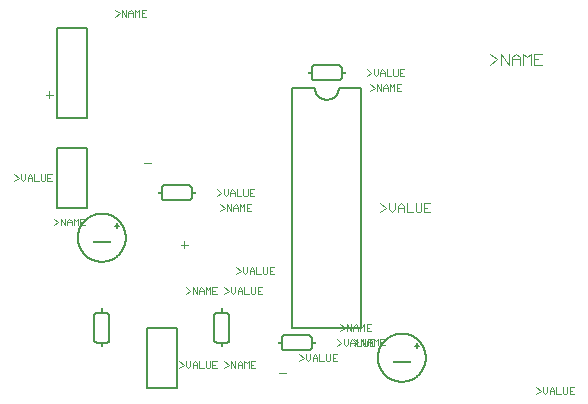
<source format=gto>
G75*
%MOIN*%
%OFA0B0*%
%FSLAX25Y25*%
%IPPOS*%
%LPD*%
%AMOC8*
5,1,8,0,0,1.08239X$1,22.5*
%
%ADD10C,0.00500*%
%ADD11C,0.00300*%
%ADD12C,0.00200*%
%ADD13C,0.00600*%
%ADD14R,0.06400X0.01000*%
%ADD15C,0.00400*%
%ADD16R,0.01500X0.01000*%
%ADD17R,0.01000X0.01500*%
D10*
X0088318Y0029867D02*
X0088318Y0049867D01*
X0098318Y0049867D01*
X0098318Y0029867D01*
X0088318Y0029867D01*
X0068318Y0089867D02*
X0058318Y0089867D01*
X0058318Y0109867D01*
X0068318Y0109867D01*
X0068318Y0089867D01*
X0068318Y0119867D02*
X0058318Y0119867D01*
X0058318Y0149867D01*
X0068318Y0149867D01*
X0068318Y0119867D01*
D11*
X0057051Y0127558D02*
X0054582Y0127558D01*
X0055816Y0126323D02*
X0055816Y0128792D01*
X0087275Y0104868D02*
X0089743Y0104868D01*
X0100816Y0078792D02*
X0100816Y0076323D01*
X0099582Y0077558D02*
X0102051Y0077558D01*
X0132275Y0034868D02*
X0134743Y0034868D01*
X0166147Y0088417D02*
X0168082Y0089868D01*
X0166147Y0091319D01*
X0169094Y0091319D02*
X0169094Y0089384D01*
X0170061Y0088417D01*
X0171029Y0089384D01*
X0171029Y0091319D01*
X0172040Y0090352D02*
X0173008Y0091319D01*
X0173975Y0090352D01*
X0173975Y0088417D01*
X0174987Y0088417D02*
X0176922Y0088417D01*
X0177933Y0088900D02*
X0177933Y0091319D01*
X0179868Y0091319D02*
X0179868Y0088900D01*
X0179384Y0088417D01*
X0178417Y0088417D01*
X0177933Y0088900D01*
X0180880Y0088417D02*
X0180880Y0091319D01*
X0182815Y0091319D01*
X0181847Y0089868D02*
X0180880Y0089868D01*
X0180880Y0088417D02*
X0182815Y0088417D01*
X0174987Y0088417D02*
X0174987Y0091319D01*
X0173975Y0089868D02*
X0172040Y0089868D01*
X0172040Y0090352D02*
X0172040Y0088417D01*
D12*
X0130713Y0069919D02*
X0129245Y0069919D01*
X0129245Y0067717D01*
X0130713Y0067717D01*
X0129979Y0068818D02*
X0129245Y0068818D01*
X0128503Y0068084D02*
X0128503Y0069919D01*
X0127035Y0069919D02*
X0127035Y0068084D01*
X0127402Y0067717D01*
X0128136Y0067717D01*
X0128503Y0068084D01*
X0126293Y0067717D02*
X0124825Y0067717D01*
X0124825Y0069919D01*
X0124083Y0069185D02*
X0124083Y0067717D01*
X0124083Y0068818D02*
X0122616Y0068818D01*
X0122616Y0069185D02*
X0122616Y0067717D01*
X0121874Y0068451D02*
X0121874Y0069919D01*
X0122616Y0069185D02*
X0123349Y0069919D01*
X0124083Y0069185D01*
X0121874Y0068451D02*
X0121140Y0067717D01*
X0120406Y0068451D01*
X0120406Y0069919D01*
X0119664Y0068818D02*
X0118196Y0067717D01*
X0119664Y0068818D02*
X0118196Y0069919D01*
X0117874Y0063269D02*
X0117874Y0061801D01*
X0117140Y0061067D01*
X0116406Y0061801D01*
X0116406Y0063269D01*
X0115664Y0062168D02*
X0114196Y0061067D01*
X0115664Y0062168D02*
X0114196Y0063269D01*
X0111676Y0063269D02*
X0110208Y0063269D01*
X0110208Y0061067D01*
X0111676Y0061067D01*
X0110942Y0062168D02*
X0110208Y0062168D01*
X0109466Y0063269D02*
X0109466Y0061067D01*
X0107998Y0061067D02*
X0107998Y0063269D01*
X0108732Y0062535D01*
X0109466Y0063269D01*
X0107256Y0062535D02*
X0107256Y0061067D01*
X0107256Y0062168D02*
X0105788Y0062168D01*
X0105788Y0062535D02*
X0106522Y0063269D01*
X0107256Y0062535D01*
X0105788Y0062535D02*
X0105788Y0061067D01*
X0105046Y0061067D02*
X0105046Y0063269D01*
X0103578Y0063269D02*
X0103578Y0061067D01*
X0102836Y0062168D02*
X0101368Y0061067D01*
X0102836Y0062168D02*
X0101368Y0063269D01*
X0103578Y0063269D02*
X0105046Y0061067D01*
X0118616Y0061067D02*
X0118616Y0062535D01*
X0119349Y0063269D01*
X0120083Y0062535D01*
X0120083Y0061067D01*
X0120825Y0061067D02*
X0122293Y0061067D01*
X0123035Y0061434D02*
X0123402Y0061067D01*
X0124136Y0061067D01*
X0124503Y0061434D01*
X0124503Y0063269D01*
X0125245Y0063269D02*
X0125245Y0061067D01*
X0126713Y0061067D01*
X0125979Y0062168D02*
X0125245Y0062168D01*
X0125245Y0063269D02*
X0126713Y0063269D01*
X0123035Y0063269D02*
X0123035Y0061434D01*
X0120825Y0061067D02*
X0120825Y0063269D01*
X0120083Y0062168D02*
X0118616Y0062168D01*
X0139196Y0040969D02*
X0140664Y0039868D01*
X0139196Y0038767D01*
X0141406Y0039501D02*
X0141406Y0040969D01*
X0142874Y0040969D02*
X0142874Y0039501D01*
X0142140Y0038767D01*
X0141406Y0039501D01*
X0143616Y0039868D02*
X0145083Y0039868D01*
X0145083Y0040235D02*
X0145083Y0038767D01*
X0145825Y0038767D02*
X0145825Y0040969D01*
X0145083Y0040235D02*
X0144349Y0040969D01*
X0143616Y0040235D01*
X0143616Y0038767D01*
X0145825Y0038767D02*
X0147293Y0038767D01*
X0148035Y0039134D02*
X0148402Y0038767D01*
X0149136Y0038767D01*
X0149503Y0039134D01*
X0149503Y0040969D01*
X0150245Y0040969D02*
X0150245Y0038767D01*
X0151713Y0038767D01*
X0150979Y0039868D02*
X0150245Y0039868D01*
X0150245Y0040969D02*
X0151713Y0040969D01*
X0151677Y0043767D02*
X0153145Y0044868D01*
X0151677Y0045969D01*
X0153887Y0045969D02*
X0153887Y0044501D01*
X0154621Y0043767D01*
X0155355Y0044501D01*
X0155355Y0045969D01*
X0156097Y0045235D02*
X0156097Y0043767D01*
X0156097Y0044868D02*
X0157565Y0044868D01*
X0157565Y0045235D02*
X0157565Y0043767D01*
X0157368Y0043967D02*
X0158836Y0045068D01*
X0157368Y0046169D01*
X0156831Y0045969D02*
X0157565Y0045235D01*
X0156831Y0045969D02*
X0156097Y0045235D01*
X0158307Y0045969D02*
X0158307Y0043767D01*
X0159775Y0043767D01*
X0159578Y0043967D02*
X0159578Y0046169D01*
X0161046Y0043967D01*
X0161046Y0046169D01*
X0160517Y0045969D02*
X0160517Y0044134D01*
X0160884Y0043767D01*
X0161618Y0043767D01*
X0161985Y0044134D01*
X0161985Y0045969D01*
X0161788Y0045435D02*
X0162522Y0046169D01*
X0163256Y0045435D01*
X0163256Y0043967D01*
X0162726Y0043767D02*
X0164194Y0043767D01*
X0163998Y0043967D02*
X0163998Y0046169D01*
X0164732Y0045435D01*
X0165466Y0046169D01*
X0165466Y0043967D01*
X0166208Y0043967D02*
X0167676Y0043967D01*
X0166942Y0045068D02*
X0166208Y0045068D01*
X0166208Y0046169D02*
X0166208Y0043967D01*
X0166208Y0046169D02*
X0167676Y0046169D01*
X0164194Y0045969D02*
X0162726Y0045969D01*
X0162726Y0043767D01*
X0161788Y0043967D02*
X0161788Y0045435D01*
X0161788Y0045068D02*
X0163256Y0045068D01*
X0163460Y0044868D02*
X0162726Y0044868D01*
X0163089Y0048767D02*
X0161622Y0048767D01*
X0161622Y0050969D01*
X0163089Y0050969D01*
X0162355Y0049868D02*
X0161622Y0049868D01*
X0160880Y0050969D02*
X0160880Y0048767D01*
X0159412Y0048767D02*
X0159412Y0050969D01*
X0160146Y0050235D01*
X0160880Y0050969D01*
X0158670Y0050235D02*
X0158670Y0048767D01*
X0158670Y0049868D02*
X0157202Y0049868D01*
X0157202Y0050235D02*
X0157936Y0050969D01*
X0158670Y0050235D01*
X0157202Y0050235D02*
X0157202Y0048767D01*
X0156460Y0048767D02*
X0156460Y0050969D01*
X0154992Y0050969D02*
X0154992Y0048767D01*
X0154250Y0049868D02*
X0152782Y0050969D01*
X0154250Y0049868D02*
X0152782Y0048767D01*
X0154992Y0050969D02*
X0156460Y0048767D01*
X0148035Y0040969D02*
X0148035Y0039134D01*
X0124503Y0038669D02*
X0123035Y0038669D01*
X0123035Y0036467D01*
X0124503Y0036467D01*
X0123769Y0037568D02*
X0123035Y0037568D01*
X0122293Y0038669D02*
X0122293Y0036467D01*
X0120825Y0036467D02*
X0120825Y0038669D01*
X0121559Y0037935D01*
X0122293Y0038669D01*
X0120083Y0037935D02*
X0120083Y0036467D01*
X0120083Y0037568D02*
X0118616Y0037568D01*
X0118616Y0037935D02*
X0119349Y0038669D01*
X0120083Y0037935D01*
X0118616Y0037935D02*
X0118616Y0036467D01*
X0117874Y0036467D02*
X0117874Y0038669D01*
X0116406Y0038669D02*
X0117874Y0036467D01*
X0116406Y0036467D02*
X0116406Y0038669D01*
X0115664Y0037568D02*
X0114196Y0036467D01*
X0115664Y0037568D02*
X0114196Y0038669D01*
X0111676Y0038669D02*
X0110208Y0038669D01*
X0110208Y0036467D01*
X0111676Y0036467D01*
X0110942Y0037568D02*
X0110208Y0037568D01*
X0109466Y0036834D02*
X0109466Y0038669D01*
X0107998Y0038669D02*
X0107998Y0036834D01*
X0108365Y0036467D01*
X0109099Y0036467D01*
X0109466Y0036834D01*
X0107256Y0036467D02*
X0105788Y0036467D01*
X0105788Y0038669D01*
X0105046Y0037935D02*
X0105046Y0036467D01*
X0105046Y0037568D02*
X0103578Y0037568D01*
X0103578Y0037935D02*
X0104312Y0038669D01*
X0105046Y0037935D01*
X0103578Y0037935D02*
X0103578Y0036467D01*
X0102836Y0037201D02*
X0102836Y0038669D01*
X0101368Y0038669D02*
X0101368Y0037201D01*
X0102102Y0036467D01*
X0102836Y0037201D01*
X0100626Y0037568D02*
X0099158Y0036467D01*
X0100626Y0037568D02*
X0099158Y0038669D01*
X0067676Y0083967D02*
X0066208Y0083967D01*
X0066208Y0086169D01*
X0067676Y0086169D01*
X0066942Y0085068D02*
X0066208Y0085068D01*
X0065466Y0086169D02*
X0065466Y0083967D01*
X0063998Y0083967D02*
X0063998Y0086169D01*
X0064732Y0085435D01*
X0065466Y0086169D01*
X0063256Y0085435D02*
X0063256Y0083967D01*
X0063256Y0085068D02*
X0061788Y0085068D01*
X0061788Y0085435D02*
X0062522Y0086169D01*
X0063256Y0085435D01*
X0061788Y0085435D02*
X0061788Y0083967D01*
X0061046Y0083967D02*
X0061046Y0086169D01*
X0059578Y0086169D02*
X0059578Y0083967D01*
X0058836Y0085068D02*
X0057368Y0086169D01*
X0058836Y0085068D02*
X0057368Y0083967D01*
X0059578Y0086169D02*
X0061046Y0083967D01*
X0056676Y0098767D02*
X0055208Y0098767D01*
X0055208Y0100969D01*
X0056676Y0100969D01*
X0055942Y0099868D02*
X0055208Y0099868D01*
X0054466Y0099134D02*
X0054466Y0100969D01*
X0052998Y0100969D02*
X0052998Y0099134D01*
X0053365Y0098767D01*
X0054099Y0098767D01*
X0054466Y0099134D01*
X0052256Y0098767D02*
X0050788Y0098767D01*
X0050788Y0100969D01*
X0050046Y0100235D02*
X0050046Y0098767D01*
X0050046Y0099868D02*
X0048578Y0099868D01*
X0048578Y0100235D02*
X0049312Y0100969D01*
X0050046Y0100235D01*
X0048578Y0100235D02*
X0048578Y0098767D01*
X0047836Y0099501D02*
X0047102Y0098767D01*
X0046368Y0099501D01*
X0046368Y0100969D01*
X0045626Y0099868D02*
X0044158Y0098767D01*
X0045626Y0099868D02*
X0044158Y0100969D01*
X0047836Y0100969D02*
X0047836Y0099501D01*
X0111677Y0095969D02*
X0113145Y0094868D01*
X0111677Y0093767D01*
X0113887Y0094501D02*
X0113887Y0095969D01*
X0115355Y0095969D02*
X0115355Y0094501D01*
X0114621Y0093767D01*
X0113887Y0094501D01*
X0116097Y0094868D02*
X0117565Y0094868D01*
X0117565Y0095235D02*
X0117565Y0093767D01*
X0118307Y0093767D02*
X0119775Y0093767D01*
X0120517Y0094134D02*
X0120884Y0093767D01*
X0121618Y0093767D01*
X0121985Y0094134D01*
X0121985Y0095969D01*
X0122726Y0095969D02*
X0122726Y0093767D01*
X0124194Y0093767D01*
X0123460Y0094868D02*
X0122726Y0094868D01*
X0122726Y0095969D02*
X0124194Y0095969D01*
X0120517Y0095969D02*
X0120517Y0094134D01*
X0118307Y0093767D02*
X0118307Y0095969D01*
X0117565Y0095235D02*
X0116831Y0095969D01*
X0116097Y0095235D01*
X0116097Y0093767D01*
X0116460Y0090969D02*
X0116460Y0088767D01*
X0114992Y0090969D01*
X0114992Y0088767D01*
X0114250Y0089868D02*
X0112782Y0090969D01*
X0114250Y0089868D02*
X0112782Y0088767D01*
X0117202Y0088767D02*
X0117202Y0090235D01*
X0117936Y0090969D01*
X0118670Y0090235D01*
X0118670Y0088767D01*
X0119412Y0088767D02*
X0119412Y0090969D01*
X0120146Y0090235D01*
X0120880Y0090969D01*
X0120880Y0088767D01*
X0121622Y0088767D02*
X0123089Y0088767D01*
X0122355Y0089868D02*
X0121622Y0089868D01*
X0121622Y0090969D02*
X0121622Y0088767D01*
X0121622Y0090969D02*
X0123089Y0090969D01*
X0118670Y0089868D02*
X0117202Y0089868D01*
X0162782Y0128767D02*
X0164250Y0129868D01*
X0162782Y0130969D01*
X0164992Y0130969D02*
X0166460Y0128767D01*
X0166460Y0130969D01*
X0167202Y0130235D02*
X0167202Y0128767D01*
X0167202Y0129868D02*
X0168670Y0129868D01*
X0168670Y0130235D02*
X0168670Y0128767D01*
X0169412Y0128767D02*
X0169412Y0130969D01*
X0170146Y0130235D01*
X0170880Y0130969D01*
X0170880Y0128767D01*
X0171622Y0128767D02*
X0173089Y0128767D01*
X0172355Y0129868D02*
X0171622Y0129868D01*
X0171622Y0130969D02*
X0171622Y0128767D01*
X0171622Y0130969D02*
X0173089Y0130969D01*
X0172726Y0133767D02*
X0174194Y0133767D01*
X0173460Y0134868D02*
X0172726Y0134868D01*
X0171985Y0134134D02*
X0171985Y0135969D01*
X0172726Y0135969D02*
X0172726Y0133767D01*
X0171985Y0134134D02*
X0171618Y0133767D01*
X0170884Y0133767D01*
X0170517Y0134134D01*
X0170517Y0135969D01*
X0172726Y0135969D02*
X0174194Y0135969D01*
X0169775Y0133767D02*
X0168307Y0133767D01*
X0168307Y0135969D01*
X0167565Y0135235D02*
X0167565Y0133767D01*
X0167565Y0134868D02*
X0166097Y0134868D01*
X0166097Y0135235D02*
X0166831Y0135969D01*
X0167565Y0135235D01*
X0166097Y0135235D02*
X0166097Y0133767D01*
X0165355Y0134501D02*
X0165355Y0135969D01*
X0163887Y0135969D02*
X0163887Y0134501D01*
X0164621Y0133767D01*
X0165355Y0134501D01*
X0163145Y0134868D02*
X0161677Y0133767D01*
X0163145Y0134868D02*
X0161677Y0135969D01*
X0164992Y0130969D02*
X0164992Y0128767D01*
X0167202Y0130235D02*
X0167936Y0130969D01*
X0168670Y0130235D01*
X0088089Y0153487D02*
X0086622Y0153487D01*
X0086622Y0155689D01*
X0088089Y0155689D01*
X0087355Y0154588D02*
X0086622Y0154588D01*
X0085880Y0155689D02*
X0085880Y0153487D01*
X0084412Y0153487D02*
X0084412Y0155689D01*
X0085146Y0154955D01*
X0085880Y0155689D01*
X0083670Y0154955D02*
X0083670Y0153487D01*
X0083670Y0154588D02*
X0082202Y0154588D01*
X0082202Y0154955D02*
X0082936Y0155689D01*
X0083670Y0154955D01*
X0082202Y0154955D02*
X0082202Y0153487D01*
X0081460Y0153487D02*
X0081460Y0155689D01*
X0079992Y0155689D02*
X0081460Y0153487D01*
X0079992Y0153487D02*
X0079992Y0155689D01*
X0079250Y0154588D02*
X0077782Y0153487D01*
X0079250Y0154588D02*
X0077782Y0155689D01*
X0218196Y0029919D02*
X0219664Y0028818D01*
X0218196Y0027717D01*
X0220406Y0028451D02*
X0221140Y0027717D01*
X0221874Y0028451D01*
X0221874Y0029919D01*
X0222616Y0029185D02*
X0223349Y0029919D01*
X0224083Y0029185D01*
X0224083Y0027717D01*
X0224825Y0027717D02*
X0226293Y0027717D01*
X0227035Y0028084D02*
X0227402Y0027717D01*
X0228136Y0027717D01*
X0228503Y0028084D01*
X0228503Y0029919D01*
X0229245Y0029919D02*
X0229245Y0027717D01*
X0230713Y0027717D01*
X0229979Y0028818D02*
X0229245Y0028818D01*
X0229245Y0029919D02*
X0230713Y0029919D01*
X0227035Y0029919D02*
X0227035Y0028084D01*
X0224825Y0027717D02*
X0224825Y0029919D01*
X0224083Y0028818D02*
X0222616Y0028818D01*
X0222616Y0029185D02*
X0222616Y0027717D01*
X0220406Y0028451D02*
X0220406Y0029919D01*
D13*
X0070818Y0045867D02*
X0070818Y0053867D01*
X0070820Y0053927D01*
X0070825Y0053988D01*
X0070834Y0054047D01*
X0070847Y0054106D01*
X0070863Y0054165D01*
X0070883Y0054222D01*
X0070906Y0054277D01*
X0070933Y0054332D01*
X0070962Y0054384D01*
X0070995Y0054435D01*
X0071031Y0054484D01*
X0071069Y0054530D01*
X0071111Y0054574D01*
X0071155Y0054616D01*
X0071201Y0054654D01*
X0071250Y0054690D01*
X0071301Y0054723D01*
X0071353Y0054752D01*
X0071408Y0054779D01*
X0071463Y0054802D01*
X0071520Y0054822D01*
X0071579Y0054838D01*
X0071638Y0054851D01*
X0071697Y0054860D01*
X0071758Y0054865D01*
X0071818Y0054867D01*
X0074818Y0054867D01*
X0074878Y0054865D01*
X0074939Y0054860D01*
X0074998Y0054851D01*
X0075057Y0054838D01*
X0075116Y0054822D01*
X0075173Y0054802D01*
X0075228Y0054779D01*
X0075283Y0054752D01*
X0075335Y0054723D01*
X0075386Y0054690D01*
X0075435Y0054654D01*
X0075481Y0054616D01*
X0075525Y0054574D01*
X0075567Y0054530D01*
X0075605Y0054484D01*
X0075641Y0054435D01*
X0075674Y0054384D01*
X0075703Y0054332D01*
X0075730Y0054277D01*
X0075753Y0054222D01*
X0075773Y0054165D01*
X0075789Y0054106D01*
X0075802Y0054047D01*
X0075811Y0053988D01*
X0075816Y0053927D01*
X0075818Y0053867D01*
X0075818Y0045867D01*
X0075816Y0045807D01*
X0075811Y0045746D01*
X0075802Y0045687D01*
X0075789Y0045628D01*
X0075773Y0045569D01*
X0075753Y0045512D01*
X0075730Y0045457D01*
X0075703Y0045402D01*
X0075674Y0045350D01*
X0075641Y0045299D01*
X0075605Y0045250D01*
X0075567Y0045204D01*
X0075525Y0045160D01*
X0075481Y0045118D01*
X0075435Y0045080D01*
X0075386Y0045044D01*
X0075335Y0045011D01*
X0075283Y0044982D01*
X0075228Y0044955D01*
X0075173Y0044932D01*
X0075116Y0044912D01*
X0075057Y0044896D01*
X0074998Y0044883D01*
X0074939Y0044874D01*
X0074878Y0044869D01*
X0074818Y0044867D01*
X0071818Y0044867D01*
X0071758Y0044869D01*
X0071697Y0044874D01*
X0071638Y0044883D01*
X0071579Y0044896D01*
X0071520Y0044912D01*
X0071463Y0044932D01*
X0071408Y0044955D01*
X0071353Y0044982D01*
X0071301Y0045011D01*
X0071250Y0045044D01*
X0071201Y0045080D01*
X0071155Y0045118D01*
X0071111Y0045160D01*
X0071069Y0045204D01*
X0071031Y0045250D01*
X0070995Y0045299D01*
X0070962Y0045350D01*
X0070933Y0045402D01*
X0070906Y0045457D01*
X0070883Y0045512D01*
X0070863Y0045569D01*
X0070847Y0045628D01*
X0070834Y0045687D01*
X0070825Y0045746D01*
X0070820Y0045807D01*
X0070818Y0045867D01*
X0070820Y0045807D01*
X0070825Y0045746D01*
X0070834Y0045687D01*
X0070847Y0045628D01*
X0070863Y0045569D01*
X0070883Y0045512D01*
X0070906Y0045457D01*
X0070933Y0045402D01*
X0070962Y0045350D01*
X0070995Y0045299D01*
X0071031Y0045250D01*
X0071069Y0045204D01*
X0071111Y0045160D01*
X0071155Y0045118D01*
X0071201Y0045080D01*
X0071250Y0045044D01*
X0071301Y0045011D01*
X0071353Y0044982D01*
X0071408Y0044955D01*
X0071463Y0044932D01*
X0071520Y0044912D01*
X0071579Y0044896D01*
X0071638Y0044883D01*
X0071697Y0044874D01*
X0071758Y0044869D01*
X0071818Y0044867D01*
X0074818Y0044867D02*
X0074878Y0044869D01*
X0074939Y0044874D01*
X0074998Y0044883D01*
X0075057Y0044896D01*
X0075116Y0044912D01*
X0075173Y0044932D01*
X0075228Y0044955D01*
X0075283Y0044982D01*
X0075335Y0045011D01*
X0075386Y0045044D01*
X0075435Y0045080D01*
X0075481Y0045118D01*
X0075525Y0045160D01*
X0075567Y0045204D01*
X0075605Y0045250D01*
X0075641Y0045299D01*
X0075674Y0045350D01*
X0075703Y0045402D01*
X0075730Y0045457D01*
X0075753Y0045512D01*
X0075773Y0045569D01*
X0075789Y0045628D01*
X0075802Y0045687D01*
X0075811Y0045746D01*
X0075816Y0045807D01*
X0075818Y0045867D01*
X0075818Y0053867D02*
X0075816Y0053927D01*
X0075811Y0053988D01*
X0075802Y0054047D01*
X0075789Y0054106D01*
X0075773Y0054165D01*
X0075753Y0054222D01*
X0075730Y0054277D01*
X0075703Y0054332D01*
X0075674Y0054384D01*
X0075641Y0054435D01*
X0075605Y0054484D01*
X0075567Y0054530D01*
X0075525Y0054574D01*
X0075481Y0054616D01*
X0075435Y0054654D01*
X0075386Y0054690D01*
X0075335Y0054723D01*
X0075283Y0054752D01*
X0075228Y0054779D01*
X0075173Y0054802D01*
X0075116Y0054822D01*
X0075057Y0054838D01*
X0074998Y0054851D01*
X0074939Y0054860D01*
X0074878Y0054865D01*
X0074818Y0054867D01*
X0071818Y0054867D02*
X0071758Y0054865D01*
X0071697Y0054860D01*
X0071638Y0054851D01*
X0071579Y0054838D01*
X0071520Y0054822D01*
X0071463Y0054802D01*
X0071408Y0054779D01*
X0071353Y0054752D01*
X0071301Y0054723D01*
X0071250Y0054690D01*
X0071201Y0054654D01*
X0071155Y0054616D01*
X0071111Y0054574D01*
X0071069Y0054530D01*
X0071031Y0054484D01*
X0070995Y0054435D01*
X0070962Y0054384D01*
X0070933Y0054332D01*
X0070906Y0054277D01*
X0070883Y0054222D01*
X0070863Y0054165D01*
X0070847Y0054106D01*
X0070834Y0054047D01*
X0070825Y0053988D01*
X0070820Y0053927D01*
X0070818Y0053867D01*
X0065318Y0079867D02*
X0065320Y0080063D01*
X0065328Y0080260D01*
X0065340Y0080456D01*
X0065357Y0080651D01*
X0065378Y0080846D01*
X0065405Y0081041D01*
X0065436Y0081235D01*
X0065472Y0081428D01*
X0065512Y0081620D01*
X0065558Y0081811D01*
X0065608Y0082001D01*
X0065662Y0082189D01*
X0065722Y0082376D01*
X0065786Y0082562D01*
X0065854Y0082746D01*
X0065927Y0082928D01*
X0066004Y0083109D01*
X0066086Y0083287D01*
X0066172Y0083464D01*
X0066263Y0083638D01*
X0066357Y0083810D01*
X0066456Y0083980D01*
X0066559Y0084147D01*
X0066666Y0084312D01*
X0066777Y0084473D01*
X0066892Y0084633D01*
X0067011Y0084789D01*
X0067134Y0084942D01*
X0067260Y0085092D01*
X0067390Y0085239D01*
X0067524Y0085383D01*
X0067661Y0085524D01*
X0067802Y0085661D01*
X0067946Y0085795D01*
X0068093Y0085925D01*
X0068243Y0086051D01*
X0068396Y0086174D01*
X0068552Y0086293D01*
X0068712Y0086408D01*
X0068873Y0086519D01*
X0069038Y0086626D01*
X0069205Y0086729D01*
X0069375Y0086828D01*
X0069547Y0086922D01*
X0069721Y0087013D01*
X0069898Y0087099D01*
X0070076Y0087181D01*
X0070257Y0087258D01*
X0070439Y0087331D01*
X0070623Y0087399D01*
X0070809Y0087463D01*
X0070996Y0087523D01*
X0071184Y0087577D01*
X0071374Y0087627D01*
X0071565Y0087673D01*
X0071757Y0087713D01*
X0071950Y0087749D01*
X0072144Y0087780D01*
X0072339Y0087807D01*
X0072534Y0087828D01*
X0072729Y0087845D01*
X0072925Y0087857D01*
X0073122Y0087865D01*
X0073318Y0087867D01*
X0073514Y0087865D01*
X0073711Y0087857D01*
X0073907Y0087845D01*
X0074102Y0087828D01*
X0074297Y0087807D01*
X0074492Y0087780D01*
X0074686Y0087749D01*
X0074879Y0087713D01*
X0075071Y0087673D01*
X0075262Y0087627D01*
X0075452Y0087577D01*
X0075640Y0087523D01*
X0075827Y0087463D01*
X0076013Y0087399D01*
X0076197Y0087331D01*
X0076379Y0087258D01*
X0076560Y0087181D01*
X0076738Y0087099D01*
X0076915Y0087013D01*
X0077089Y0086922D01*
X0077261Y0086828D01*
X0077431Y0086729D01*
X0077598Y0086626D01*
X0077763Y0086519D01*
X0077924Y0086408D01*
X0078084Y0086293D01*
X0078240Y0086174D01*
X0078393Y0086051D01*
X0078543Y0085925D01*
X0078690Y0085795D01*
X0078834Y0085661D01*
X0078975Y0085524D01*
X0079112Y0085383D01*
X0079246Y0085239D01*
X0079376Y0085092D01*
X0079502Y0084942D01*
X0079625Y0084789D01*
X0079744Y0084633D01*
X0079859Y0084473D01*
X0079970Y0084312D01*
X0080077Y0084147D01*
X0080180Y0083980D01*
X0080279Y0083810D01*
X0080373Y0083638D01*
X0080464Y0083464D01*
X0080550Y0083287D01*
X0080632Y0083109D01*
X0080709Y0082928D01*
X0080782Y0082746D01*
X0080850Y0082562D01*
X0080914Y0082376D01*
X0080974Y0082189D01*
X0081028Y0082001D01*
X0081078Y0081811D01*
X0081124Y0081620D01*
X0081164Y0081428D01*
X0081200Y0081235D01*
X0081231Y0081041D01*
X0081258Y0080846D01*
X0081279Y0080651D01*
X0081296Y0080456D01*
X0081308Y0080260D01*
X0081316Y0080063D01*
X0081318Y0079867D01*
X0081316Y0079671D01*
X0081308Y0079474D01*
X0081296Y0079278D01*
X0081279Y0079083D01*
X0081258Y0078888D01*
X0081231Y0078693D01*
X0081200Y0078499D01*
X0081164Y0078306D01*
X0081124Y0078114D01*
X0081078Y0077923D01*
X0081028Y0077733D01*
X0080974Y0077545D01*
X0080914Y0077358D01*
X0080850Y0077172D01*
X0080782Y0076988D01*
X0080709Y0076806D01*
X0080632Y0076625D01*
X0080550Y0076447D01*
X0080464Y0076270D01*
X0080373Y0076096D01*
X0080279Y0075924D01*
X0080180Y0075754D01*
X0080077Y0075587D01*
X0079970Y0075422D01*
X0079859Y0075261D01*
X0079744Y0075101D01*
X0079625Y0074945D01*
X0079502Y0074792D01*
X0079376Y0074642D01*
X0079246Y0074495D01*
X0079112Y0074351D01*
X0078975Y0074210D01*
X0078834Y0074073D01*
X0078690Y0073939D01*
X0078543Y0073809D01*
X0078393Y0073683D01*
X0078240Y0073560D01*
X0078084Y0073441D01*
X0077924Y0073326D01*
X0077763Y0073215D01*
X0077598Y0073108D01*
X0077431Y0073005D01*
X0077261Y0072906D01*
X0077089Y0072812D01*
X0076915Y0072721D01*
X0076738Y0072635D01*
X0076560Y0072553D01*
X0076379Y0072476D01*
X0076197Y0072403D01*
X0076013Y0072335D01*
X0075827Y0072271D01*
X0075640Y0072211D01*
X0075452Y0072157D01*
X0075262Y0072107D01*
X0075071Y0072061D01*
X0074879Y0072021D01*
X0074686Y0071985D01*
X0074492Y0071954D01*
X0074297Y0071927D01*
X0074102Y0071906D01*
X0073907Y0071889D01*
X0073711Y0071877D01*
X0073514Y0071869D01*
X0073318Y0071867D01*
X0073122Y0071869D01*
X0072925Y0071877D01*
X0072729Y0071889D01*
X0072534Y0071906D01*
X0072339Y0071927D01*
X0072144Y0071954D01*
X0071950Y0071985D01*
X0071757Y0072021D01*
X0071565Y0072061D01*
X0071374Y0072107D01*
X0071184Y0072157D01*
X0070996Y0072211D01*
X0070809Y0072271D01*
X0070623Y0072335D01*
X0070439Y0072403D01*
X0070257Y0072476D01*
X0070076Y0072553D01*
X0069898Y0072635D01*
X0069721Y0072721D01*
X0069547Y0072812D01*
X0069375Y0072906D01*
X0069205Y0073005D01*
X0069038Y0073108D01*
X0068873Y0073215D01*
X0068712Y0073326D01*
X0068552Y0073441D01*
X0068396Y0073560D01*
X0068243Y0073683D01*
X0068093Y0073809D01*
X0067946Y0073939D01*
X0067802Y0074073D01*
X0067661Y0074210D01*
X0067524Y0074351D01*
X0067390Y0074495D01*
X0067260Y0074642D01*
X0067134Y0074792D01*
X0067011Y0074945D01*
X0066892Y0075101D01*
X0066777Y0075261D01*
X0066666Y0075422D01*
X0066559Y0075587D01*
X0066456Y0075754D01*
X0066357Y0075924D01*
X0066263Y0076096D01*
X0066172Y0076270D01*
X0066086Y0076447D01*
X0066004Y0076625D01*
X0065927Y0076806D01*
X0065854Y0076988D01*
X0065786Y0077172D01*
X0065722Y0077358D01*
X0065662Y0077545D01*
X0065608Y0077733D01*
X0065558Y0077923D01*
X0065512Y0078114D01*
X0065472Y0078306D01*
X0065436Y0078499D01*
X0065405Y0078693D01*
X0065378Y0078888D01*
X0065357Y0079083D01*
X0065340Y0079278D01*
X0065328Y0079474D01*
X0065320Y0079671D01*
X0065318Y0079867D01*
X0077568Y0083867D02*
X0078318Y0083867D01*
X0079068Y0083867D01*
X0078318Y0083867D02*
X0078318Y0083117D01*
X0078318Y0083867D02*
X0078318Y0084617D01*
X0093318Y0093367D02*
X0093318Y0096367D01*
X0093320Y0096427D01*
X0093325Y0096488D01*
X0093334Y0096547D01*
X0093347Y0096606D01*
X0093363Y0096665D01*
X0093383Y0096722D01*
X0093406Y0096777D01*
X0093433Y0096832D01*
X0093462Y0096884D01*
X0093495Y0096935D01*
X0093531Y0096984D01*
X0093569Y0097030D01*
X0093611Y0097074D01*
X0093655Y0097116D01*
X0093701Y0097154D01*
X0093750Y0097190D01*
X0093801Y0097223D01*
X0093853Y0097252D01*
X0093908Y0097279D01*
X0093963Y0097302D01*
X0094020Y0097322D01*
X0094079Y0097338D01*
X0094138Y0097351D01*
X0094197Y0097360D01*
X0094258Y0097365D01*
X0094318Y0097367D01*
X0102318Y0097367D01*
X0102378Y0097365D01*
X0102439Y0097360D01*
X0102498Y0097351D01*
X0102557Y0097338D01*
X0102616Y0097322D01*
X0102673Y0097302D01*
X0102728Y0097279D01*
X0102783Y0097252D01*
X0102835Y0097223D01*
X0102886Y0097190D01*
X0102935Y0097154D01*
X0102981Y0097116D01*
X0103025Y0097074D01*
X0103067Y0097030D01*
X0103105Y0096984D01*
X0103141Y0096935D01*
X0103174Y0096884D01*
X0103203Y0096832D01*
X0103230Y0096777D01*
X0103253Y0096722D01*
X0103273Y0096665D01*
X0103289Y0096606D01*
X0103302Y0096547D01*
X0103311Y0096488D01*
X0103316Y0096427D01*
X0103318Y0096367D01*
X0103318Y0093367D01*
X0103316Y0093307D01*
X0103311Y0093246D01*
X0103302Y0093187D01*
X0103289Y0093128D01*
X0103273Y0093069D01*
X0103253Y0093012D01*
X0103230Y0092957D01*
X0103203Y0092902D01*
X0103174Y0092850D01*
X0103141Y0092799D01*
X0103105Y0092750D01*
X0103067Y0092704D01*
X0103025Y0092660D01*
X0102981Y0092618D01*
X0102935Y0092580D01*
X0102886Y0092544D01*
X0102835Y0092511D01*
X0102783Y0092482D01*
X0102728Y0092455D01*
X0102673Y0092432D01*
X0102616Y0092412D01*
X0102557Y0092396D01*
X0102498Y0092383D01*
X0102439Y0092374D01*
X0102378Y0092369D01*
X0102318Y0092367D01*
X0094318Y0092367D01*
X0094258Y0092369D01*
X0094197Y0092374D01*
X0094138Y0092383D01*
X0094079Y0092396D01*
X0094020Y0092412D01*
X0093963Y0092432D01*
X0093908Y0092455D01*
X0093853Y0092482D01*
X0093801Y0092511D01*
X0093750Y0092544D01*
X0093701Y0092580D01*
X0093655Y0092618D01*
X0093611Y0092660D01*
X0093569Y0092704D01*
X0093531Y0092750D01*
X0093495Y0092799D01*
X0093462Y0092850D01*
X0093433Y0092902D01*
X0093406Y0092957D01*
X0093383Y0093012D01*
X0093363Y0093069D01*
X0093347Y0093128D01*
X0093334Y0093187D01*
X0093325Y0093246D01*
X0093320Y0093307D01*
X0093318Y0093367D01*
X0093320Y0093307D01*
X0093325Y0093246D01*
X0093334Y0093187D01*
X0093347Y0093128D01*
X0093363Y0093069D01*
X0093383Y0093012D01*
X0093406Y0092957D01*
X0093433Y0092902D01*
X0093462Y0092850D01*
X0093495Y0092799D01*
X0093531Y0092750D01*
X0093569Y0092704D01*
X0093611Y0092660D01*
X0093655Y0092618D01*
X0093701Y0092580D01*
X0093750Y0092544D01*
X0093801Y0092511D01*
X0093853Y0092482D01*
X0093908Y0092455D01*
X0093963Y0092432D01*
X0094020Y0092412D01*
X0094079Y0092396D01*
X0094138Y0092383D01*
X0094197Y0092374D01*
X0094258Y0092369D01*
X0094318Y0092367D01*
X0093318Y0096367D02*
X0093320Y0096427D01*
X0093325Y0096488D01*
X0093334Y0096547D01*
X0093347Y0096606D01*
X0093363Y0096665D01*
X0093383Y0096722D01*
X0093406Y0096777D01*
X0093433Y0096832D01*
X0093462Y0096884D01*
X0093495Y0096935D01*
X0093531Y0096984D01*
X0093569Y0097030D01*
X0093611Y0097074D01*
X0093655Y0097116D01*
X0093701Y0097154D01*
X0093750Y0097190D01*
X0093801Y0097223D01*
X0093853Y0097252D01*
X0093908Y0097279D01*
X0093963Y0097302D01*
X0094020Y0097322D01*
X0094079Y0097338D01*
X0094138Y0097351D01*
X0094197Y0097360D01*
X0094258Y0097365D01*
X0094318Y0097367D01*
X0102318Y0097367D02*
X0102378Y0097365D01*
X0102439Y0097360D01*
X0102498Y0097351D01*
X0102557Y0097338D01*
X0102616Y0097322D01*
X0102673Y0097302D01*
X0102728Y0097279D01*
X0102783Y0097252D01*
X0102835Y0097223D01*
X0102886Y0097190D01*
X0102935Y0097154D01*
X0102981Y0097116D01*
X0103025Y0097074D01*
X0103067Y0097030D01*
X0103105Y0096984D01*
X0103141Y0096935D01*
X0103174Y0096884D01*
X0103203Y0096832D01*
X0103230Y0096777D01*
X0103253Y0096722D01*
X0103273Y0096665D01*
X0103289Y0096606D01*
X0103302Y0096547D01*
X0103311Y0096488D01*
X0103316Y0096427D01*
X0103318Y0096367D01*
X0103318Y0093367D02*
X0103316Y0093307D01*
X0103311Y0093246D01*
X0103302Y0093187D01*
X0103289Y0093128D01*
X0103273Y0093069D01*
X0103253Y0093012D01*
X0103230Y0092957D01*
X0103203Y0092902D01*
X0103174Y0092850D01*
X0103141Y0092799D01*
X0103105Y0092750D01*
X0103067Y0092704D01*
X0103025Y0092660D01*
X0102981Y0092618D01*
X0102935Y0092580D01*
X0102886Y0092544D01*
X0102835Y0092511D01*
X0102783Y0092482D01*
X0102728Y0092455D01*
X0102673Y0092432D01*
X0102616Y0092412D01*
X0102557Y0092396D01*
X0102498Y0092383D01*
X0102439Y0092374D01*
X0102378Y0092369D01*
X0102318Y0092367D01*
X0111818Y0054867D02*
X0114818Y0054867D01*
X0114878Y0054865D01*
X0114939Y0054860D01*
X0114998Y0054851D01*
X0115057Y0054838D01*
X0115116Y0054822D01*
X0115173Y0054802D01*
X0115228Y0054779D01*
X0115283Y0054752D01*
X0115335Y0054723D01*
X0115386Y0054690D01*
X0115435Y0054654D01*
X0115481Y0054616D01*
X0115525Y0054574D01*
X0115567Y0054530D01*
X0115605Y0054484D01*
X0115641Y0054435D01*
X0115674Y0054384D01*
X0115703Y0054332D01*
X0115730Y0054277D01*
X0115753Y0054222D01*
X0115773Y0054165D01*
X0115789Y0054106D01*
X0115802Y0054047D01*
X0115811Y0053988D01*
X0115816Y0053927D01*
X0115818Y0053867D01*
X0115818Y0045867D01*
X0115816Y0045807D01*
X0115811Y0045746D01*
X0115802Y0045687D01*
X0115789Y0045628D01*
X0115773Y0045569D01*
X0115753Y0045512D01*
X0115730Y0045457D01*
X0115703Y0045402D01*
X0115674Y0045350D01*
X0115641Y0045299D01*
X0115605Y0045250D01*
X0115567Y0045204D01*
X0115525Y0045160D01*
X0115481Y0045118D01*
X0115435Y0045080D01*
X0115386Y0045044D01*
X0115335Y0045011D01*
X0115283Y0044982D01*
X0115228Y0044955D01*
X0115173Y0044932D01*
X0115116Y0044912D01*
X0115057Y0044896D01*
X0114998Y0044883D01*
X0114939Y0044874D01*
X0114878Y0044869D01*
X0114818Y0044867D01*
X0111818Y0044867D01*
X0111758Y0044869D01*
X0111697Y0044874D01*
X0111638Y0044883D01*
X0111579Y0044896D01*
X0111520Y0044912D01*
X0111463Y0044932D01*
X0111408Y0044955D01*
X0111353Y0044982D01*
X0111301Y0045011D01*
X0111250Y0045044D01*
X0111201Y0045080D01*
X0111155Y0045118D01*
X0111111Y0045160D01*
X0111069Y0045204D01*
X0111031Y0045250D01*
X0110995Y0045299D01*
X0110962Y0045350D01*
X0110933Y0045402D01*
X0110906Y0045457D01*
X0110883Y0045512D01*
X0110863Y0045569D01*
X0110847Y0045628D01*
X0110834Y0045687D01*
X0110825Y0045746D01*
X0110820Y0045807D01*
X0110818Y0045867D01*
X0110818Y0053867D01*
X0110820Y0053927D01*
X0110825Y0053988D01*
X0110834Y0054047D01*
X0110847Y0054106D01*
X0110863Y0054165D01*
X0110883Y0054222D01*
X0110906Y0054277D01*
X0110933Y0054332D01*
X0110962Y0054384D01*
X0110995Y0054435D01*
X0111031Y0054484D01*
X0111069Y0054530D01*
X0111111Y0054574D01*
X0111155Y0054616D01*
X0111201Y0054654D01*
X0111250Y0054690D01*
X0111301Y0054723D01*
X0111353Y0054752D01*
X0111408Y0054779D01*
X0111463Y0054802D01*
X0111520Y0054822D01*
X0111579Y0054838D01*
X0111638Y0054851D01*
X0111697Y0054860D01*
X0111758Y0054865D01*
X0111818Y0054867D01*
X0111758Y0054865D01*
X0111697Y0054860D01*
X0111638Y0054851D01*
X0111579Y0054838D01*
X0111520Y0054822D01*
X0111463Y0054802D01*
X0111408Y0054779D01*
X0111353Y0054752D01*
X0111301Y0054723D01*
X0111250Y0054690D01*
X0111201Y0054654D01*
X0111155Y0054616D01*
X0111111Y0054574D01*
X0111069Y0054530D01*
X0111031Y0054484D01*
X0110995Y0054435D01*
X0110962Y0054384D01*
X0110933Y0054332D01*
X0110906Y0054277D01*
X0110883Y0054222D01*
X0110863Y0054165D01*
X0110847Y0054106D01*
X0110834Y0054047D01*
X0110825Y0053988D01*
X0110820Y0053927D01*
X0110818Y0053867D01*
X0114818Y0054867D02*
X0114878Y0054865D01*
X0114939Y0054860D01*
X0114998Y0054851D01*
X0115057Y0054838D01*
X0115116Y0054822D01*
X0115173Y0054802D01*
X0115228Y0054779D01*
X0115283Y0054752D01*
X0115335Y0054723D01*
X0115386Y0054690D01*
X0115435Y0054654D01*
X0115481Y0054616D01*
X0115525Y0054574D01*
X0115567Y0054530D01*
X0115605Y0054484D01*
X0115641Y0054435D01*
X0115674Y0054384D01*
X0115703Y0054332D01*
X0115730Y0054277D01*
X0115753Y0054222D01*
X0115773Y0054165D01*
X0115789Y0054106D01*
X0115802Y0054047D01*
X0115811Y0053988D01*
X0115816Y0053927D01*
X0115818Y0053867D01*
X0115818Y0045867D02*
X0115816Y0045807D01*
X0115811Y0045746D01*
X0115802Y0045687D01*
X0115789Y0045628D01*
X0115773Y0045569D01*
X0115753Y0045512D01*
X0115730Y0045457D01*
X0115703Y0045402D01*
X0115674Y0045350D01*
X0115641Y0045299D01*
X0115605Y0045250D01*
X0115567Y0045204D01*
X0115525Y0045160D01*
X0115481Y0045118D01*
X0115435Y0045080D01*
X0115386Y0045044D01*
X0115335Y0045011D01*
X0115283Y0044982D01*
X0115228Y0044955D01*
X0115173Y0044932D01*
X0115116Y0044912D01*
X0115057Y0044896D01*
X0114998Y0044883D01*
X0114939Y0044874D01*
X0114878Y0044869D01*
X0114818Y0044867D01*
X0111818Y0044867D02*
X0111758Y0044869D01*
X0111697Y0044874D01*
X0111638Y0044883D01*
X0111579Y0044896D01*
X0111520Y0044912D01*
X0111463Y0044932D01*
X0111408Y0044955D01*
X0111353Y0044982D01*
X0111301Y0045011D01*
X0111250Y0045044D01*
X0111201Y0045080D01*
X0111155Y0045118D01*
X0111111Y0045160D01*
X0111069Y0045204D01*
X0111031Y0045250D01*
X0110995Y0045299D01*
X0110962Y0045350D01*
X0110933Y0045402D01*
X0110906Y0045457D01*
X0110883Y0045512D01*
X0110863Y0045569D01*
X0110847Y0045628D01*
X0110834Y0045687D01*
X0110825Y0045746D01*
X0110820Y0045807D01*
X0110818Y0045867D01*
X0133318Y0046367D02*
X0133318Y0043367D01*
X0133320Y0043307D01*
X0133325Y0043246D01*
X0133334Y0043187D01*
X0133347Y0043128D01*
X0133363Y0043069D01*
X0133383Y0043012D01*
X0133406Y0042957D01*
X0133433Y0042902D01*
X0133462Y0042850D01*
X0133495Y0042799D01*
X0133531Y0042750D01*
X0133569Y0042704D01*
X0133611Y0042660D01*
X0133655Y0042618D01*
X0133701Y0042580D01*
X0133750Y0042544D01*
X0133801Y0042511D01*
X0133853Y0042482D01*
X0133908Y0042455D01*
X0133963Y0042432D01*
X0134020Y0042412D01*
X0134079Y0042396D01*
X0134138Y0042383D01*
X0134197Y0042374D01*
X0134258Y0042369D01*
X0134318Y0042367D01*
X0142318Y0042367D01*
X0142378Y0042369D01*
X0142439Y0042374D01*
X0142498Y0042383D01*
X0142557Y0042396D01*
X0142616Y0042412D01*
X0142673Y0042432D01*
X0142728Y0042455D01*
X0142783Y0042482D01*
X0142835Y0042511D01*
X0142886Y0042544D01*
X0142935Y0042580D01*
X0142981Y0042618D01*
X0143025Y0042660D01*
X0143067Y0042704D01*
X0143105Y0042750D01*
X0143141Y0042799D01*
X0143174Y0042850D01*
X0143203Y0042902D01*
X0143230Y0042957D01*
X0143253Y0043012D01*
X0143273Y0043069D01*
X0143289Y0043128D01*
X0143302Y0043187D01*
X0143311Y0043246D01*
X0143316Y0043307D01*
X0143318Y0043367D01*
X0143318Y0046367D01*
X0143316Y0046427D01*
X0143311Y0046488D01*
X0143302Y0046547D01*
X0143289Y0046606D01*
X0143273Y0046665D01*
X0143253Y0046722D01*
X0143230Y0046777D01*
X0143203Y0046832D01*
X0143174Y0046884D01*
X0143141Y0046935D01*
X0143105Y0046984D01*
X0143067Y0047030D01*
X0143025Y0047074D01*
X0142981Y0047116D01*
X0142935Y0047154D01*
X0142886Y0047190D01*
X0142835Y0047223D01*
X0142783Y0047252D01*
X0142728Y0047279D01*
X0142673Y0047302D01*
X0142616Y0047322D01*
X0142557Y0047338D01*
X0142498Y0047351D01*
X0142439Y0047360D01*
X0142378Y0047365D01*
X0142318Y0047367D01*
X0134318Y0047367D01*
X0134258Y0047365D01*
X0134197Y0047360D01*
X0134138Y0047351D01*
X0134079Y0047338D01*
X0134020Y0047322D01*
X0133963Y0047302D01*
X0133908Y0047279D01*
X0133853Y0047252D01*
X0133801Y0047223D01*
X0133750Y0047190D01*
X0133701Y0047154D01*
X0133655Y0047116D01*
X0133611Y0047074D01*
X0133569Y0047030D01*
X0133531Y0046984D01*
X0133495Y0046935D01*
X0133462Y0046884D01*
X0133433Y0046832D01*
X0133406Y0046777D01*
X0133383Y0046722D01*
X0133363Y0046665D01*
X0133347Y0046606D01*
X0133334Y0046547D01*
X0133325Y0046488D01*
X0133320Y0046427D01*
X0133318Y0046367D01*
X0133320Y0046427D01*
X0133325Y0046488D01*
X0133334Y0046547D01*
X0133347Y0046606D01*
X0133363Y0046665D01*
X0133383Y0046722D01*
X0133406Y0046777D01*
X0133433Y0046832D01*
X0133462Y0046884D01*
X0133495Y0046935D01*
X0133531Y0046984D01*
X0133569Y0047030D01*
X0133611Y0047074D01*
X0133655Y0047116D01*
X0133701Y0047154D01*
X0133750Y0047190D01*
X0133801Y0047223D01*
X0133853Y0047252D01*
X0133908Y0047279D01*
X0133963Y0047302D01*
X0134020Y0047322D01*
X0134079Y0047338D01*
X0134138Y0047351D01*
X0134197Y0047360D01*
X0134258Y0047365D01*
X0134318Y0047367D01*
X0136818Y0049867D02*
X0159818Y0049867D01*
X0159818Y0129867D01*
X0152318Y0129867D01*
X0152318Y0132367D02*
X0144318Y0132367D01*
X0144258Y0132369D01*
X0144197Y0132374D01*
X0144138Y0132383D01*
X0144079Y0132396D01*
X0144020Y0132412D01*
X0143963Y0132432D01*
X0143908Y0132455D01*
X0143853Y0132482D01*
X0143801Y0132511D01*
X0143750Y0132544D01*
X0143701Y0132580D01*
X0143655Y0132618D01*
X0143611Y0132660D01*
X0143569Y0132704D01*
X0143531Y0132750D01*
X0143495Y0132799D01*
X0143462Y0132850D01*
X0143433Y0132902D01*
X0143406Y0132957D01*
X0143383Y0133012D01*
X0143363Y0133069D01*
X0143347Y0133128D01*
X0143334Y0133187D01*
X0143325Y0133246D01*
X0143320Y0133307D01*
X0143318Y0133367D01*
X0143318Y0136367D01*
X0143320Y0136427D01*
X0143325Y0136488D01*
X0143334Y0136547D01*
X0143347Y0136606D01*
X0143363Y0136665D01*
X0143383Y0136722D01*
X0143406Y0136777D01*
X0143433Y0136832D01*
X0143462Y0136884D01*
X0143495Y0136935D01*
X0143531Y0136984D01*
X0143569Y0137030D01*
X0143611Y0137074D01*
X0143655Y0137116D01*
X0143701Y0137154D01*
X0143750Y0137190D01*
X0143801Y0137223D01*
X0143853Y0137252D01*
X0143908Y0137279D01*
X0143963Y0137302D01*
X0144020Y0137322D01*
X0144079Y0137338D01*
X0144138Y0137351D01*
X0144197Y0137360D01*
X0144258Y0137365D01*
X0144318Y0137367D01*
X0152318Y0137367D01*
X0152378Y0137365D01*
X0152439Y0137360D01*
X0152498Y0137351D01*
X0152557Y0137338D01*
X0152616Y0137322D01*
X0152673Y0137302D01*
X0152728Y0137279D01*
X0152783Y0137252D01*
X0152835Y0137223D01*
X0152886Y0137190D01*
X0152935Y0137154D01*
X0152981Y0137116D01*
X0153025Y0137074D01*
X0153067Y0137030D01*
X0153105Y0136984D01*
X0153141Y0136935D01*
X0153174Y0136884D01*
X0153203Y0136832D01*
X0153230Y0136777D01*
X0153253Y0136722D01*
X0153273Y0136665D01*
X0153289Y0136606D01*
X0153302Y0136547D01*
X0153311Y0136488D01*
X0153316Y0136427D01*
X0153318Y0136367D01*
X0153318Y0133367D01*
X0153316Y0133307D01*
X0153311Y0133246D01*
X0153302Y0133187D01*
X0153289Y0133128D01*
X0153273Y0133069D01*
X0153253Y0133012D01*
X0153230Y0132957D01*
X0153203Y0132902D01*
X0153174Y0132850D01*
X0153141Y0132799D01*
X0153105Y0132750D01*
X0153067Y0132704D01*
X0153025Y0132660D01*
X0152981Y0132618D01*
X0152935Y0132580D01*
X0152886Y0132544D01*
X0152835Y0132511D01*
X0152783Y0132482D01*
X0152728Y0132455D01*
X0152673Y0132432D01*
X0152616Y0132412D01*
X0152557Y0132396D01*
X0152498Y0132383D01*
X0152439Y0132374D01*
X0152378Y0132369D01*
X0152318Y0132367D01*
X0152378Y0132369D01*
X0152439Y0132374D01*
X0152498Y0132383D01*
X0152557Y0132396D01*
X0152616Y0132412D01*
X0152673Y0132432D01*
X0152728Y0132455D01*
X0152783Y0132482D01*
X0152835Y0132511D01*
X0152886Y0132544D01*
X0152935Y0132580D01*
X0152981Y0132618D01*
X0153025Y0132660D01*
X0153067Y0132704D01*
X0153105Y0132750D01*
X0153141Y0132799D01*
X0153174Y0132850D01*
X0153203Y0132902D01*
X0153230Y0132957D01*
X0153253Y0133012D01*
X0153273Y0133069D01*
X0153289Y0133128D01*
X0153302Y0133187D01*
X0153311Y0133246D01*
X0153316Y0133307D01*
X0153318Y0133367D01*
X0153318Y0136367D02*
X0153316Y0136427D01*
X0153311Y0136488D01*
X0153302Y0136547D01*
X0153289Y0136606D01*
X0153273Y0136665D01*
X0153253Y0136722D01*
X0153230Y0136777D01*
X0153203Y0136832D01*
X0153174Y0136884D01*
X0153141Y0136935D01*
X0153105Y0136984D01*
X0153067Y0137030D01*
X0153025Y0137074D01*
X0152981Y0137116D01*
X0152935Y0137154D01*
X0152886Y0137190D01*
X0152835Y0137223D01*
X0152783Y0137252D01*
X0152728Y0137279D01*
X0152673Y0137302D01*
X0152616Y0137322D01*
X0152557Y0137338D01*
X0152498Y0137351D01*
X0152439Y0137360D01*
X0152378Y0137365D01*
X0152318Y0137367D01*
X0144318Y0137367D02*
X0144258Y0137365D01*
X0144197Y0137360D01*
X0144138Y0137351D01*
X0144079Y0137338D01*
X0144020Y0137322D01*
X0143963Y0137302D01*
X0143908Y0137279D01*
X0143853Y0137252D01*
X0143801Y0137223D01*
X0143750Y0137190D01*
X0143701Y0137154D01*
X0143655Y0137116D01*
X0143611Y0137074D01*
X0143569Y0137030D01*
X0143531Y0136984D01*
X0143495Y0136935D01*
X0143462Y0136884D01*
X0143433Y0136832D01*
X0143406Y0136777D01*
X0143383Y0136722D01*
X0143363Y0136665D01*
X0143347Y0136606D01*
X0143334Y0136547D01*
X0143325Y0136488D01*
X0143320Y0136427D01*
X0143318Y0136367D01*
X0143318Y0133367D02*
X0143320Y0133307D01*
X0143325Y0133246D01*
X0143334Y0133187D01*
X0143347Y0133128D01*
X0143363Y0133069D01*
X0143383Y0133012D01*
X0143406Y0132957D01*
X0143433Y0132902D01*
X0143462Y0132850D01*
X0143495Y0132799D01*
X0143531Y0132750D01*
X0143569Y0132704D01*
X0143611Y0132660D01*
X0143655Y0132618D01*
X0143701Y0132580D01*
X0143750Y0132544D01*
X0143801Y0132511D01*
X0143853Y0132482D01*
X0143908Y0132455D01*
X0143963Y0132432D01*
X0144020Y0132412D01*
X0144079Y0132396D01*
X0144138Y0132383D01*
X0144197Y0132374D01*
X0144258Y0132369D01*
X0144318Y0132367D01*
X0144318Y0129867D02*
X0136818Y0129867D01*
X0136818Y0049867D01*
X0142318Y0047367D02*
X0142378Y0047365D01*
X0142439Y0047360D01*
X0142498Y0047351D01*
X0142557Y0047338D01*
X0142616Y0047322D01*
X0142673Y0047302D01*
X0142728Y0047279D01*
X0142783Y0047252D01*
X0142835Y0047223D01*
X0142886Y0047190D01*
X0142935Y0047154D01*
X0142981Y0047116D01*
X0143025Y0047074D01*
X0143067Y0047030D01*
X0143105Y0046984D01*
X0143141Y0046935D01*
X0143174Y0046884D01*
X0143203Y0046832D01*
X0143230Y0046777D01*
X0143253Y0046722D01*
X0143273Y0046665D01*
X0143289Y0046606D01*
X0143302Y0046547D01*
X0143311Y0046488D01*
X0143316Y0046427D01*
X0143318Y0046367D01*
X0143318Y0043367D02*
X0143316Y0043307D01*
X0143311Y0043246D01*
X0143302Y0043187D01*
X0143289Y0043128D01*
X0143273Y0043069D01*
X0143253Y0043012D01*
X0143230Y0042957D01*
X0143203Y0042902D01*
X0143174Y0042850D01*
X0143141Y0042799D01*
X0143105Y0042750D01*
X0143067Y0042704D01*
X0143025Y0042660D01*
X0142981Y0042618D01*
X0142935Y0042580D01*
X0142886Y0042544D01*
X0142835Y0042511D01*
X0142783Y0042482D01*
X0142728Y0042455D01*
X0142673Y0042432D01*
X0142616Y0042412D01*
X0142557Y0042396D01*
X0142498Y0042383D01*
X0142439Y0042374D01*
X0142378Y0042369D01*
X0142318Y0042367D01*
X0134318Y0042367D02*
X0134258Y0042369D01*
X0134197Y0042374D01*
X0134138Y0042383D01*
X0134079Y0042396D01*
X0134020Y0042412D01*
X0133963Y0042432D01*
X0133908Y0042455D01*
X0133853Y0042482D01*
X0133801Y0042511D01*
X0133750Y0042544D01*
X0133701Y0042580D01*
X0133655Y0042618D01*
X0133611Y0042660D01*
X0133569Y0042704D01*
X0133531Y0042750D01*
X0133495Y0042799D01*
X0133462Y0042850D01*
X0133433Y0042902D01*
X0133406Y0042957D01*
X0133383Y0043012D01*
X0133363Y0043069D01*
X0133347Y0043128D01*
X0133334Y0043187D01*
X0133325Y0043246D01*
X0133320Y0043307D01*
X0133318Y0043367D01*
X0165318Y0039867D02*
X0165320Y0040063D01*
X0165328Y0040260D01*
X0165340Y0040456D01*
X0165357Y0040651D01*
X0165378Y0040846D01*
X0165405Y0041041D01*
X0165436Y0041235D01*
X0165472Y0041428D01*
X0165512Y0041620D01*
X0165558Y0041811D01*
X0165608Y0042001D01*
X0165662Y0042189D01*
X0165722Y0042376D01*
X0165786Y0042562D01*
X0165854Y0042746D01*
X0165927Y0042928D01*
X0166004Y0043109D01*
X0166086Y0043287D01*
X0166172Y0043464D01*
X0166263Y0043638D01*
X0166357Y0043810D01*
X0166456Y0043980D01*
X0166559Y0044147D01*
X0166666Y0044312D01*
X0166777Y0044473D01*
X0166892Y0044633D01*
X0167011Y0044789D01*
X0167134Y0044942D01*
X0167260Y0045092D01*
X0167390Y0045239D01*
X0167524Y0045383D01*
X0167661Y0045524D01*
X0167802Y0045661D01*
X0167946Y0045795D01*
X0168093Y0045925D01*
X0168243Y0046051D01*
X0168396Y0046174D01*
X0168552Y0046293D01*
X0168712Y0046408D01*
X0168873Y0046519D01*
X0169038Y0046626D01*
X0169205Y0046729D01*
X0169375Y0046828D01*
X0169547Y0046922D01*
X0169721Y0047013D01*
X0169898Y0047099D01*
X0170076Y0047181D01*
X0170257Y0047258D01*
X0170439Y0047331D01*
X0170623Y0047399D01*
X0170809Y0047463D01*
X0170996Y0047523D01*
X0171184Y0047577D01*
X0171374Y0047627D01*
X0171565Y0047673D01*
X0171757Y0047713D01*
X0171950Y0047749D01*
X0172144Y0047780D01*
X0172339Y0047807D01*
X0172534Y0047828D01*
X0172729Y0047845D01*
X0172925Y0047857D01*
X0173122Y0047865D01*
X0173318Y0047867D01*
X0173514Y0047865D01*
X0173711Y0047857D01*
X0173907Y0047845D01*
X0174102Y0047828D01*
X0174297Y0047807D01*
X0174492Y0047780D01*
X0174686Y0047749D01*
X0174879Y0047713D01*
X0175071Y0047673D01*
X0175262Y0047627D01*
X0175452Y0047577D01*
X0175640Y0047523D01*
X0175827Y0047463D01*
X0176013Y0047399D01*
X0176197Y0047331D01*
X0176379Y0047258D01*
X0176560Y0047181D01*
X0176738Y0047099D01*
X0176915Y0047013D01*
X0177089Y0046922D01*
X0177261Y0046828D01*
X0177431Y0046729D01*
X0177598Y0046626D01*
X0177763Y0046519D01*
X0177924Y0046408D01*
X0178084Y0046293D01*
X0178240Y0046174D01*
X0178393Y0046051D01*
X0178543Y0045925D01*
X0178690Y0045795D01*
X0178834Y0045661D01*
X0178975Y0045524D01*
X0179112Y0045383D01*
X0179246Y0045239D01*
X0179376Y0045092D01*
X0179502Y0044942D01*
X0179625Y0044789D01*
X0179744Y0044633D01*
X0179859Y0044473D01*
X0179970Y0044312D01*
X0180077Y0044147D01*
X0180180Y0043980D01*
X0180279Y0043810D01*
X0180373Y0043638D01*
X0180464Y0043464D01*
X0180550Y0043287D01*
X0180632Y0043109D01*
X0180709Y0042928D01*
X0180782Y0042746D01*
X0180850Y0042562D01*
X0180914Y0042376D01*
X0180974Y0042189D01*
X0181028Y0042001D01*
X0181078Y0041811D01*
X0181124Y0041620D01*
X0181164Y0041428D01*
X0181200Y0041235D01*
X0181231Y0041041D01*
X0181258Y0040846D01*
X0181279Y0040651D01*
X0181296Y0040456D01*
X0181308Y0040260D01*
X0181316Y0040063D01*
X0181318Y0039867D01*
X0181316Y0039671D01*
X0181308Y0039474D01*
X0181296Y0039278D01*
X0181279Y0039083D01*
X0181258Y0038888D01*
X0181231Y0038693D01*
X0181200Y0038499D01*
X0181164Y0038306D01*
X0181124Y0038114D01*
X0181078Y0037923D01*
X0181028Y0037733D01*
X0180974Y0037545D01*
X0180914Y0037358D01*
X0180850Y0037172D01*
X0180782Y0036988D01*
X0180709Y0036806D01*
X0180632Y0036625D01*
X0180550Y0036447D01*
X0180464Y0036270D01*
X0180373Y0036096D01*
X0180279Y0035924D01*
X0180180Y0035754D01*
X0180077Y0035587D01*
X0179970Y0035422D01*
X0179859Y0035261D01*
X0179744Y0035101D01*
X0179625Y0034945D01*
X0179502Y0034792D01*
X0179376Y0034642D01*
X0179246Y0034495D01*
X0179112Y0034351D01*
X0178975Y0034210D01*
X0178834Y0034073D01*
X0178690Y0033939D01*
X0178543Y0033809D01*
X0178393Y0033683D01*
X0178240Y0033560D01*
X0178084Y0033441D01*
X0177924Y0033326D01*
X0177763Y0033215D01*
X0177598Y0033108D01*
X0177431Y0033005D01*
X0177261Y0032906D01*
X0177089Y0032812D01*
X0176915Y0032721D01*
X0176738Y0032635D01*
X0176560Y0032553D01*
X0176379Y0032476D01*
X0176197Y0032403D01*
X0176013Y0032335D01*
X0175827Y0032271D01*
X0175640Y0032211D01*
X0175452Y0032157D01*
X0175262Y0032107D01*
X0175071Y0032061D01*
X0174879Y0032021D01*
X0174686Y0031985D01*
X0174492Y0031954D01*
X0174297Y0031927D01*
X0174102Y0031906D01*
X0173907Y0031889D01*
X0173711Y0031877D01*
X0173514Y0031869D01*
X0173318Y0031867D01*
X0173122Y0031869D01*
X0172925Y0031877D01*
X0172729Y0031889D01*
X0172534Y0031906D01*
X0172339Y0031927D01*
X0172144Y0031954D01*
X0171950Y0031985D01*
X0171757Y0032021D01*
X0171565Y0032061D01*
X0171374Y0032107D01*
X0171184Y0032157D01*
X0170996Y0032211D01*
X0170809Y0032271D01*
X0170623Y0032335D01*
X0170439Y0032403D01*
X0170257Y0032476D01*
X0170076Y0032553D01*
X0169898Y0032635D01*
X0169721Y0032721D01*
X0169547Y0032812D01*
X0169375Y0032906D01*
X0169205Y0033005D01*
X0169038Y0033108D01*
X0168873Y0033215D01*
X0168712Y0033326D01*
X0168552Y0033441D01*
X0168396Y0033560D01*
X0168243Y0033683D01*
X0168093Y0033809D01*
X0167946Y0033939D01*
X0167802Y0034073D01*
X0167661Y0034210D01*
X0167524Y0034351D01*
X0167390Y0034495D01*
X0167260Y0034642D01*
X0167134Y0034792D01*
X0167011Y0034945D01*
X0166892Y0035101D01*
X0166777Y0035261D01*
X0166666Y0035422D01*
X0166559Y0035587D01*
X0166456Y0035754D01*
X0166357Y0035924D01*
X0166263Y0036096D01*
X0166172Y0036270D01*
X0166086Y0036447D01*
X0166004Y0036625D01*
X0165927Y0036806D01*
X0165854Y0036988D01*
X0165786Y0037172D01*
X0165722Y0037358D01*
X0165662Y0037545D01*
X0165608Y0037733D01*
X0165558Y0037923D01*
X0165512Y0038114D01*
X0165472Y0038306D01*
X0165436Y0038499D01*
X0165405Y0038693D01*
X0165378Y0038888D01*
X0165357Y0039083D01*
X0165340Y0039278D01*
X0165328Y0039474D01*
X0165320Y0039671D01*
X0165318Y0039867D01*
X0177568Y0043867D02*
X0178318Y0043867D01*
X0179068Y0043867D01*
X0178318Y0043867D02*
X0178318Y0043117D01*
X0178318Y0043867D02*
X0178318Y0044617D01*
X0152318Y0129867D02*
X0152316Y0129741D01*
X0152310Y0129616D01*
X0152300Y0129491D01*
X0152286Y0129366D01*
X0152269Y0129241D01*
X0152247Y0129117D01*
X0152222Y0128994D01*
X0152192Y0128872D01*
X0152159Y0128751D01*
X0152122Y0128631D01*
X0152082Y0128512D01*
X0152037Y0128395D01*
X0151989Y0128278D01*
X0151937Y0128164D01*
X0151882Y0128051D01*
X0151823Y0127940D01*
X0151761Y0127831D01*
X0151695Y0127724D01*
X0151626Y0127619D01*
X0151554Y0127516D01*
X0151479Y0127415D01*
X0151400Y0127317D01*
X0151318Y0127222D01*
X0151234Y0127129D01*
X0151146Y0127039D01*
X0151056Y0126951D01*
X0150963Y0126867D01*
X0150868Y0126785D01*
X0150770Y0126706D01*
X0150669Y0126631D01*
X0150566Y0126559D01*
X0150461Y0126490D01*
X0150354Y0126424D01*
X0150245Y0126362D01*
X0150134Y0126303D01*
X0150021Y0126248D01*
X0149907Y0126196D01*
X0149790Y0126148D01*
X0149673Y0126103D01*
X0149554Y0126063D01*
X0149434Y0126026D01*
X0149313Y0125993D01*
X0149191Y0125963D01*
X0149068Y0125938D01*
X0148944Y0125916D01*
X0148819Y0125899D01*
X0148694Y0125885D01*
X0148569Y0125875D01*
X0148444Y0125869D01*
X0148318Y0125867D01*
X0148192Y0125869D01*
X0148067Y0125875D01*
X0147942Y0125885D01*
X0147817Y0125899D01*
X0147692Y0125916D01*
X0147568Y0125938D01*
X0147445Y0125963D01*
X0147323Y0125993D01*
X0147202Y0126026D01*
X0147082Y0126063D01*
X0146963Y0126103D01*
X0146846Y0126148D01*
X0146729Y0126196D01*
X0146615Y0126248D01*
X0146502Y0126303D01*
X0146391Y0126362D01*
X0146282Y0126424D01*
X0146175Y0126490D01*
X0146070Y0126559D01*
X0145967Y0126631D01*
X0145866Y0126706D01*
X0145768Y0126785D01*
X0145673Y0126867D01*
X0145580Y0126951D01*
X0145490Y0127039D01*
X0145402Y0127129D01*
X0145318Y0127222D01*
X0145236Y0127317D01*
X0145157Y0127415D01*
X0145082Y0127516D01*
X0145010Y0127619D01*
X0144941Y0127724D01*
X0144875Y0127831D01*
X0144813Y0127940D01*
X0144754Y0128051D01*
X0144699Y0128164D01*
X0144647Y0128278D01*
X0144599Y0128395D01*
X0144554Y0128512D01*
X0144514Y0128631D01*
X0144477Y0128751D01*
X0144444Y0128872D01*
X0144414Y0128994D01*
X0144389Y0129117D01*
X0144367Y0129241D01*
X0144350Y0129366D01*
X0144336Y0129491D01*
X0144326Y0129616D01*
X0144320Y0129741D01*
X0144318Y0129867D01*
D14*
X0073318Y0078367D03*
X0173318Y0038367D03*
D15*
X0202815Y0137567D02*
X0205217Y0139368D01*
X0202815Y0141170D01*
X0206498Y0141170D02*
X0208900Y0137567D01*
X0208900Y0141170D01*
X0210181Y0139969D02*
X0211382Y0141170D01*
X0212583Y0139969D01*
X0212583Y0137567D01*
X0213864Y0137567D02*
X0213864Y0141170D01*
X0215065Y0139969D01*
X0216266Y0141170D01*
X0216266Y0137567D01*
X0217547Y0137567D02*
X0219949Y0137567D01*
X0218748Y0139368D02*
X0217547Y0139368D01*
X0217547Y0137567D02*
X0217547Y0141170D01*
X0219949Y0141170D01*
X0210181Y0139969D02*
X0210181Y0137567D01*
X0210181Y0139368D02*
X0212583Y0139368D01*
X0206498Y0137567D02*
X0206498Y0141170D01*
D16*
X0154068Y0134867D03*
X0142568Y0134867D03*
X0104068Y0094867D03*
X0092568Y0094867D03*
X0132568Y0044867D03*
X0144068Y0044867D03*
D17*
X0113318Y0044117D03*
X0113318Y0055617D03*
X0073318Y0055617D03*
X0073318Y0044117D03*
M02*

</source>
